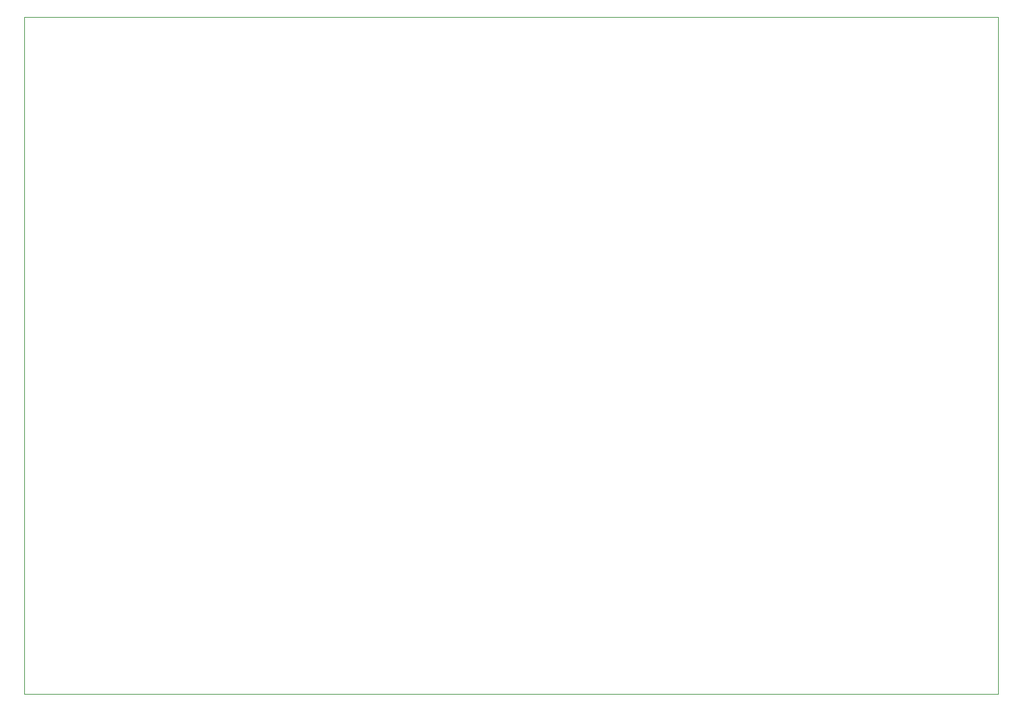
<source format=gbr>
%TF.GenerationSoftware,KiCad,Pcbnew,8.0.0*%
%TF.CreationDate,2025-03-12T14:14:52+01:00*%
%TF.ProjectId,Coincidence_board,436f696e-6369-4646-956e-63655f626f61,rev?*%
%TF.SameCoordinates,Original*%
%TF.FileFunction,Profile,NP*%
%FSLAX46Y46*%
G04 Gerber Fmt 4.6, Leading zero omitted, Abs format (unit mm)*
G04 Created by KiCad (PCBNEW 8.0.0) date 2025-03-12 14:14:52*
%MOMM*%
%LPD*%
G01*
G04 APERTURE LIST*
%TA.AperFunction,Profile*%
%ADD10C,0.050000*%
%TD*%
G04 APERTURE END LIST*
D10*
X134500000Y-65450000D02*
X260300000Y-65450000D01*
X260300000Y-152870000D01*
X134500000Y-152870000D01*
X134500000Y-65450000D01*
M02*

</source>
